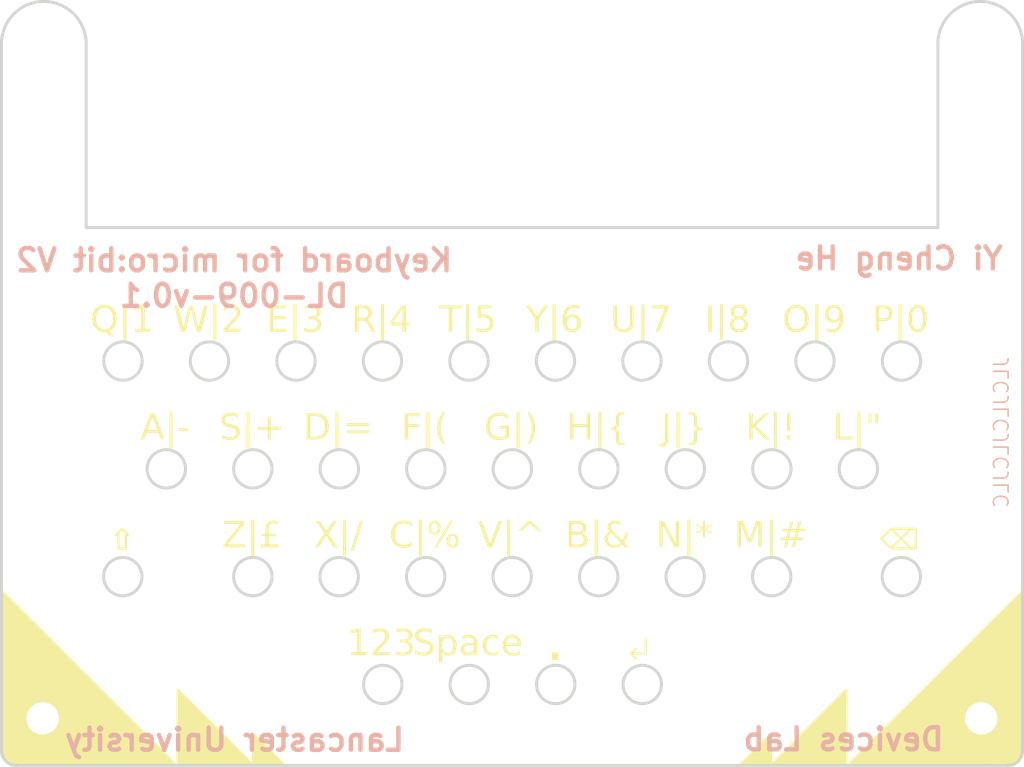
<source format=kicad_pcb>
(kicad_pcb (version 20240108) (generator "pcbnew") (generator_version "8.0")
  (layers (0 "F.Cu" signal) (31 "B.Cu" signal) (34 "B.Paste" user) (35 "F.Paste" user) (36 "B.SilkS" user "B.Silkscreen") (37 "F.SilkS" user "F.Silkscreen") (38 "B.Mask" user) (39 "F.Mask" user) (44 "Edge.Cuts" user))
  (net 0 "")
  (footprint "" (layer "F.Cu") (at 183.160655 119.284716)
    (property "Reference" "" (at 0 0 0) (layer "F.SilkS") (effects (font (size 1.27 1.27))))
    (property "Value" "")
    (pad "" np_thru_hole circle (at 0 0) (size 2.2 2.2) (drill 2.2) (layers "*.Cu" "*.Mask"))
  )
  (footprint "" (layer "F.Cu") (at 119.560655 73.684716)
    (property "Reference" "" (at 0 0 0) (layer "F.SilkS") (effects (font (size 1.27 1.27))))
    (property "Value" "")
    (pad "" np_thru_hole circle (at 0 0) (size 2.2 2.2) (drill 2.2) (layers "*.Cu" "*.Mask"))
  )
  (footprint "" (layer "F.Cu") (at 119.560655 119.284716)
    (property "Reference" "" (at 0 0 0) (layer "F.SilkS") (effects (font (size 1.27 1.27))))
    (property "Value" "")
    (pad "" np_thru_hole circle (at 0 0) (size 2.2 2.2) (drill 2.2) (layers "*.Cu" "*.Mask"))
  )
  (footprint "" (layer "F.Cu") (at 183.160655 73.684716)
    (property "Reference" "" (at 0 0 0) (layer "F.SilkS") (effects (font (size 1.27 1.27))))
    (property "Value" "")
    (pad "" np_thru_hole circle (at 0 0) (size 2.2 2.2) (drill 2.2) (layers "*.Cu" "*.Mask"))
  )
  (gr_poly (pts (xy 128.63003 122.432738) (xy 116.841639 110.661108) (xy 116.896129 121.554689) (xy 116.896129 121.577505) (xy 116.898302 121.60358) (xy 116.899458 121.614945) (xy 116.899172 121.621955) (xy 116.900317 121.629109) (xy 116.90375 121.654718) (xy 116.904323 121.659726) (xy 116.904609 121.663589) (xy 116.906755 121.676036) (xy 116.907756 121.682617) (xy 116.91164 121.715573) (xy 116.921941 121.751949) (xy 116.931598 121.789935) (xy 116.940934 121.81955) (xy 116.948338 121.842084) (xy 116.955098 121.864296) (xy 116.961858 121.88007) (xy 116.969262 121.897775) (xy 116.991759 121.945807) (xy 117.019283 121.991679) (xy 117.032803 122.013408) (xy 117.048738 122.040448) (xy 117.059843 122.054934) (xy 117.068052 122.064592) (xy 117.089473 122.093597) (xy 117.093479 122.099511) (xy 117.09739 122.104566) (xy 117.10111 122.108572) (xy 117.105402 122.112673) (xy 117.109885 122.118014) (xy 117.11494 122.123642) (xy 117.157393 122.170464) (xy 117.194091 122.202977) (xy 117.23111 122.236778) (xy 117.280501 122.272136) (xy 117.296597 122.283725) (xy 117.309473 122.291236) (xy 117.324496 122.300894) (xy 117.340591 122.310551) (xy 117.356901 122.320208) (xy 117.36849 122.326646) (xy 117.410373 122.346086) (xy 117.439131 122.359606) (xy 117.457372 122.366473) (xy 117.476687 122.373341) (xy 117.497854 122.38124) (xy 117.511303 122.385818) (xy 117.523893 122.390539) (xy 117.536913 122.39383) (xy 117.553652 122.397979) (xy 117.605738 122.411785) (xy 117.617756 122.413883) (xy 117.633399 122.416077) (xy 117.673354 122.421785) (xy 117.690427 122.424551) (xy 117.695959 122.425123) (xy 117.706165 122.4256) (xy 117.716275 122.426458) (xy 117.776725 122.429877) (xy 117.796039 122.43002) (xy 117.820648 122.43002) (xy 117.838961 122.430735) (xy 117.923807 122.431108)) (stroke (width 0.1)) (fill solid) (layer "F.SilkS"))
  (gr_poly (pts (xy 166.891252 122.405802) (xy 168.891252 120.405802) (xy 168.891252 122.405802)) (stroke (width 0.2)) (fill solid) (layer "F.SilkS"))
  (gr_poly (pts (xy 169 122.403266) (xy 174 117.403266) (xy 174 122.403266)) (stroke (width 0.2)) (fill solid) (layer "F.SilkS"))
  (gr_poly (pts (xy 135.840364 122.388457) (xy 133.840364 120.388457) (xy 133.840364 122.388457)) (stroke (width 0.2)) (fill solid) (layer "F.SilkS"))
  (gr_poly (pts (xy 133.731616 122.385921) (xy 128.731616 117.385921) (xy 128.731616 122.385921)) (stroke (width 0.2)) (fill solid) (layer "F.SilkS"))
  (gr_poly (pts (xy 174.101586 122.450083) (xy 185.889977 110.678453) (xy 185.835487 121.572034) (xy 185.835487 121.59485) (xy 185.833314 121.620925) (xy 185.832158 121.63229) (xy 185.832444 121.6393) (xy 185.831299 121.646454) (xy 185.827866 121.672063) (xy 185.827293 121.677071) (xy 185.827007 121.680934) (xy 185.824861 121.693381) (xy 185.82386 121.699962) (xy 185.819976 121.732918) (xy 185.809675 121.769294) (xy 185.800018 121.80728) (xy 185.790682 121.836895) (xy 185.783278 121.859429) (xy 185.776518 121.881641) (xy 185.769758 121.897415) (xy 185.762354 121.91512) (xy 185.739857 121.963152) (xy 185.712333 122.009024) (xy 185.698813 122.030753) (xy 185.682878 122.057793) (xy 185.671773 122.072279) (xy 185.663564 122.081937) (xy 185.642143 122.110942) (xy 185.638137 122.116856) (xy 185.634226 122.121911) (xy 185.630506 122.125917) (xy 185.626214 122.130018) (xy 185.621731 122.135359) (xy 185.616676 122.140987) (xy 185.574223 122.187809) (xy 185.537525 122.220322) (xy 185.500506 122.254123) (xy 185.451115 122.289481) (xy 185.435019 122.30107) (xy 185.422143 122.308581) (xy 185.40712 122.318239) (xy 185.391025 122.327896) (xy 185.374715 122.337553) (xy 185.363126 122.343991) (xy 185.321243 122.363431) (xy 185.292485 122.376951) (xy 185.274244 122.383818) (xy 185.254929 122.390686) (xy 185.233762 122.398585) (xy 185.220313 122.403163) (xy 185.207723 122.407884) (xy 185.194703 122.411175) (xy 185.177964 122.415324) (xy 185.125878 122.42913) (xy 185.11386 122.431228) (xy 185.098217 122.433422) (xy 185.058262 122.43913) (xy 185.041189 122.441896) (xy 185.035657 122.442468) (xy 185.025451 122.442945) (xy 185.015341 122.443803) (xy 184.954891 122.447222) (xy 184.935577 122.447365) (xy 184.910968 122.447365) (xy 184.892655 122.44808) (xy 184.807809 122.448453)) (stroke (width 0.1)) (fill solid) (layer "F.SilkS"))
  (gr_arc (start 185.960621 121.484733) (mid 185.667715 122.191815) (end 184.960621 122.484733) (stroke (width 0.2)) (layer "Edge.Cuts"))
  (gr_arc (start 143.906319 116.983919) (mid 141.306318 116.982174) (end 143.906319 116.980597) (stroke (width 0.2)) (layer "Edge.Cuts"))
  (gr_arc (start 176.137159 102.363919) (mid 173.537158 102.362174) (end 176.137159 102.360597) (stroke (width 0.2)) (layer "Edge.Cuts"))
  (gr_arc (start 152.688487 102.363919) (mid 150.088486 102.362174) (end 152.688487 102.360597) (stroke (width 0.2)) (layer "Edge.Cuts"))
  (gr_line (start 117.760623 122.474389) (end 184.960621 122.484733) (stroke (width 0.2)) (layer "Edge.Cuts"))
  (gr_arc (start 164.401495 109.673919) (mid 161.801494 109.672174) (end 164.401495 109.670597) (stroke (width 0.2)) (layer "Edge.Cuts"))
  (gr_line (start 180.226996 73.668648) (end 180.226996 86) (stroke (width 0.2)) (layer "Edge.Cuts"))
  (gr_arc (start 179.048847 109.673919) (mid 176.448846 109.672174) (end 179.048847 109.670597) (stroke (width 0.2)) (layer "Edge.Cuts"))
  (gr_arc (start 132.162823 95.053919) (mid 129.562822 95.052174) (end 132.162823 95.050597) (stroke (width 0.2)) (layer "Edge.Cuts"))
  (gr_arc (start 117.760623 122.474389) (mid 117.063476 122.187165) (end 116.771014 121.492217) (stroke (width 0.2)) (layer "Edge.Cuts"))
  (gr_arc (start 138.024991 95.053919) (mid 135.42499 95.052174) (end 138.024991 95.050597) (stroke (width 0.2)) (layer "Edge.Cuts"))
  (gr_arc (start 140.964151 102.363919) (mid 138.36415 102.362174) (end 140.964151 102.360597) (stroke (width 0.2)) (layer "Edge.Cuts"))
  (gr_arc (start 180.226996 73.668648) (mid 183.093087 70.669305) (end 185.960632 73.66726) (stroke (width 0.2)) (layer "Edge.Cuts"))
  (gr_arc (start 146.814991 109.673919) (mid 144.21499 109.672174) (end 146.814991 109.670597) (stroke (width 0.2)) (layer "Edge.Cuts"))
  (gr_arc (start 143.887159 95.053919) (mid 141.287158 95.052174) (end 143.887159 95.050597) (stroke (width 0.2)) (layer "Edge.Cuts"))
  (gr_arc (start 149.768487 116.983919) (mid 147.168486 116.982174) (end 149.768487 116.980597) (stroke (width 0.2)) (layer "Edge.Cuts"))
  (gr_arc (start 161.492823 116.983919) (mid 158.892822 116.982174) (end 161.492823 116.980597) (stroke (width 0.2)) (layer "Edge.Cuts"))
  (gr_arc (start 158.550655 102.363919) (mid 155.950654 102.362174) (end 158.550655 102.360597) (stroke (width 0.2)) (layer "Edge.Cuts"))
  (gr_arc (start 164.412823 102.363919) (mid 161.812822 102.362174) (end 164.412823 102.360597) (stroke (width 0.2)) (layer "Edge.Cuts"))
  (gr_arc (start 167.335831 95.053919) (mid 164.73583 95.052174) (end 167.335831 95.050597) (stroke (width 0.2)) (layer "Edge.Cuts"))
  (gr_arc (start 170.263663 109.673919) (mid 167.663662 109.672174) (end 170.263663 109.670597) (stroke (width 0.2)) (layer "Edge.Cuts"))
  (gr_arc (start 170.274991 102.363919) (mid 167.67499 102.362174) (end 170.274991 102.360597) (stroke (width 0.2)) (layer "Edge.Cuts"))
  (gr_arc (start 140.952823 109.673919) (mid 138.352822 109.672174) (end 140.952823 109.670597) (stroke (width 0.2)) (layer "Edge.Cuts"))
  (gr_arc (start 161.473663 95.053919) (mid 158.873662 95.052174) (end 161.473663 95.050597) (stroke (width 0.2)) (layer "Edge.Cuts"))
  (gr_arc (start 152.677159 109.673919) (mid 150.077158 109.672174) (end 152.677159 109.670597) (stroke (width 0.2)) (layer "Edge.Cuts"))
  (gr_arc (start 116.771014 73.668648) (mid 119.637832 70.67) (end 122.50465 73.668648) (stroke (width 0.2)) (layer "Edge.Cuts"))
  (gr_arc (start 158.539327 109.673919) (mid 155.939326 109.672174) (end 158.539327 109.670597) (stroke (width 0.2)) (layer "Edge.Cuts"))
  (gr_line (start 116.771014 73.668648) (end 116.771014 121.492217) (stroke (width 0.2)) (layer "Edge.Cuts"))
  (gr_arc (start 126.289327 109.673919) (mid 123.689326 109.672174) (end 126.289327 109.670597) (stroke (width 0.2)) (layer "Edge.Cuts"))
  (gr_arc (start 146.826319 102.363919) (mid 144.226318 102.362174) (end 146.826319 102.360597) (stroke (width 0.2)) (layer "Edge.Cuts"))
  (gr_arc (start 126.300655 95.053919) (mid 123.700654 95.052174) (end 126.300655 95.050597) (stroke (width 0.2)) (layer "Edge.Cuts"))
  (gr_arc (start 179.060175 95.053919) (mid 176.460174 95.052174) (end 179.060175 95.050597) (stroke (width 0.2)) (layer "Edge.Cuts"))
  (gr_arc (start 129.239815 102.363919) (mid 126.639814 102.362174) (end 129.239815 102.360597) (stroke (width 0.2)) (layer "Edge.Cuts"))
  (gr_line (start 185.960632 121.492216) (end 185.960632 73.66726) (stroke (width 0.2)) (layer "Edge.Cuts"))
  (gr_line (start 122.50465 86) (end 180.226996 86) (stroke (width 0.2)) (layer "Edge.Cuts"))
  (gr_line (start 122.50465 73.668648) (end 122.50465 86) (stroke (width 0.2)) (layer "Edge.Cuts"))
  (gr_arc (start 135.100655 109.670247) (mid 132.500654 109.668502) (end 135.100655 109.666925) (stroke (width 0.2)) (layer "Edge.Cuts"))
  (gr_arc (start 149.749327 95.053919) (mid 147.149326 95.052174) (end 149.749327 95.050597) (stroke (width 0.2)) (layer "Edge.Cuts"))
  (gr_arc (start 155.630655 116.983919) (mid 153.030654 116.982174) (end 155.630655 116.980597) (stroke (width 0.2)) (layer "Edge.Cuts"))
  (gr_arc (start 173.197999 95.053919) (mid 170.597998 95.052174) (end 173.197999 95.050597) (stroke (width 0.2)) (layer "Edge.Cuts"))
  (gr_arc (start 135.100655 102.363919) (mid 132.500654 102.362174) (end 135.100655 102.360597) (stroke (width 0.2)) (layer "Edge.Cuts"))
  (gr_arc (start 155.611495 95.053919) (mid 153.011494 95.052174) (end 155.611495 95.050597) (stroke (width 0.2)) (layer "Edge.Cuts"))
  (gr_text "Yi Cheng He" (at 184.79 88.97 0) (layer "B.SilkS") (effects (font (size 1.5 1.5) (thickness 0.3) (bold yes)) (justify left bottom mirror)))
  (gr_text "Devices Lab" (at 180.78 121.58 0) (layer "B.SilkS") (effects (font (size 1.5 1.5) (thickness 0.3) (bold yes)) (justify left bottom mirror)))
  (gr_text "JLCJLCJLCJLC" (at 185.11 94.68 90) (layer "B.SilkS") (effects (font (size 1 1) (thickness 0.1)) (justify left bottom mirror)))
  (gr_text "Keyboard for micro:bit V2\nDL-009-v0.1" (at 132.53 91.51 0) (layer "B.SilkS") (effects (font (size 1.5 1.5) (thickness 0.3) (bold yes)) (justify bottom mirror)))
  (gr_text "Lancaster University" (at 144.22 121.61 0) (layer "B.SilkS") (effects (font (size 1.5 1.5) (thickness 0.3) (bold yes)) (justify left bottom mirror)))
  (gr_text "S|+" (at 133.723496 99.65 0) (layer "F.SilkS") (effects (font (size 1.75 1.75))))
  (gr_text "N|*" (at 163.045664 106.96 0) (layer "F.SilkS") (effects (font (size 1.75 1.75))))
  (gr_text "." (at 154.287832 114.07 0) (layer "F.SilkS") (effects (font (size 3 3))))
  (gr_text "D|=" (at 139.585664 99.65 0) (layer "F.SilkS") (effects (font (size 1.75 1.75))))
  (gr_text "G|)" (at 151.31 99.65 0) (layer "F.SilkS") (effects (font (size 1.75 1.75))))
  (gr_text "P|0" (at 177.697832 92.34 0) (layer "F.SilkS") (effects (font (size 1.75 1.75))))
  (gr_text "A|-" (at 127.861328 99.65 0) (layer "F.SilkS") (effects (font (size 1.75 1.75))))
  (gr_text "T|5" (at 148.386992 92.34 0) (layer "F.SilkS") (effects (font (size 1.75 1.75))))
  (gr_text "X|/" (at 139.596992 106.96 0) (layer "F.SilkS") (effects (font (size 1.75 1.75))))
  (gr_text "R|4" (at 142.524824 92.34 0) (layer "F.SilkS") (effects (font (size 1.75 1.75))))
  (gr_text "123" (at 142.505664 114.27 0) (layer "F.SilkS") (effects (font (size 1.75 1.75))))
  (gr_text "Z|£" (at 133.734824 106.96 0) (layer "F.SilkS") (effects (font (size 1.75 1.75))))
  (gr_text "W|2\n" (at 130.800488 92.34 0) (layer "F.SilkS") (effects (font (size 1.75 1.75))))
  (gr_text "B|&" (at 157.183496 106.96 0) (layer "F.SilkS") (effects (font (size 1.75 1.75))))
  (gr_text "Space" (at 148.367832 114.27 0) (layer "F.SilkS") (effects (font (size 1.75 1.75))))
  (gr_text "F|(" (at 145.447832 99.65 0) (layer "F.SilkS") (effects (font (size 1.75 1.75))))
  (gr_text "Q|1" (at 124.938312 92.34 0) (layer "F.SilkS") (effects (font (size 1.75 1.75))))
  (gr_text "I|8" (at 165.973496 92.34 0) (layer "F.SilkS") (effects (font (size 1.75 1.75))))
  (gr_text "C|%" (at 145.45916 106.96 0) (layer "F.SilkS") (effects (font (size 1.75 1.75))))
  (gr_text "E|3" (at 136.662656 92.34 0) (layer "F.SilkS") (effects (font (size 1.75 1.75))))
  (gr_text "M|#" (at 168.907832 106.96 0) (layer "F.SilkS") (effects (font (size 1.75 1.75))))
  (gr_text "⇧" (at 124.94964 106.96 0) (layer "F.SilkS") (effects (font (size 1.75 1.75))))
  (gr_text "⌫" (at 177.599132 106.96 0) (layer "F.SilkS") (effects (font (size 1.75 1.75))))
  (gr_text "Y|6" (at 154.24916 92.34 0) (layer "F.SilkS") (effects (font (size 1.75 1.75))))
  (gr_text "O|9" (at 171.835664 92.34 0) (layer "F.SilkS") (effects (font (size 1.75 1.75))))
  (gr_text "U|7" (at 160.111328 92.34 0) (layer "F.SilkS") (effects (font (size 1.75 1.75))))
  (gr_text "↵" (at 160.087832 114.42 0) (layer "F.SilkS") (effects (font (size 1.75 1.75))))
  (gr_text "H|{" (at 157.172168 99.65 0) (layer "F.SilkS") (effects (font (size 1.75 1.75))))
  (gr_text "V|^" (at 151.321328 106.96 0) (layer "F.SilkS") (effects (font (size 1.75 1.75))))
  (gr_text "L|{dblquote}" (at 174.758672 99.65 0) (layer "F.SilkS") (effects (font (size 1.75 1.75))))
  (gr_text "J|}" (at 163.034336 99.65 0) (layer "F.SilkS") (effects (font (size 1.75 1.75))))
  (gr_text "K|!" (at 168.897832 99.65 0) (layer "F.SilkS") (effects (font (size 1.75 1.75))))
)
</source>
